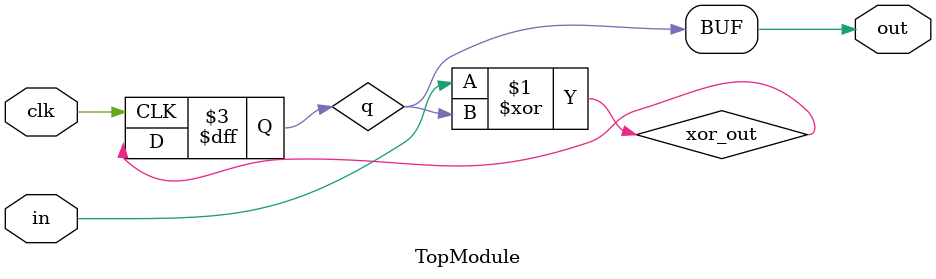
<source format=sv>

module TopModule (
  input clk,
  input in,
  output logic out
);
  logic q;

  // XOR gate
  assign xor_out = in ^ q;

  // D flip-flop
  always_ff @(posedge clk) begin
    q <= xor_out;
  end

  assign out = q;
endmodule

</source>
